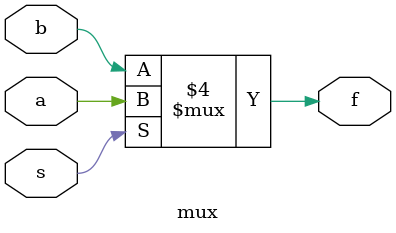
<source format=v>
module mux(a,b,s,f); 
    input a,b,s;
    output f; reg f;
    always@(s or a or b)
        if(s==1) f = a; 
        else f = b;
endmodule
</source>
